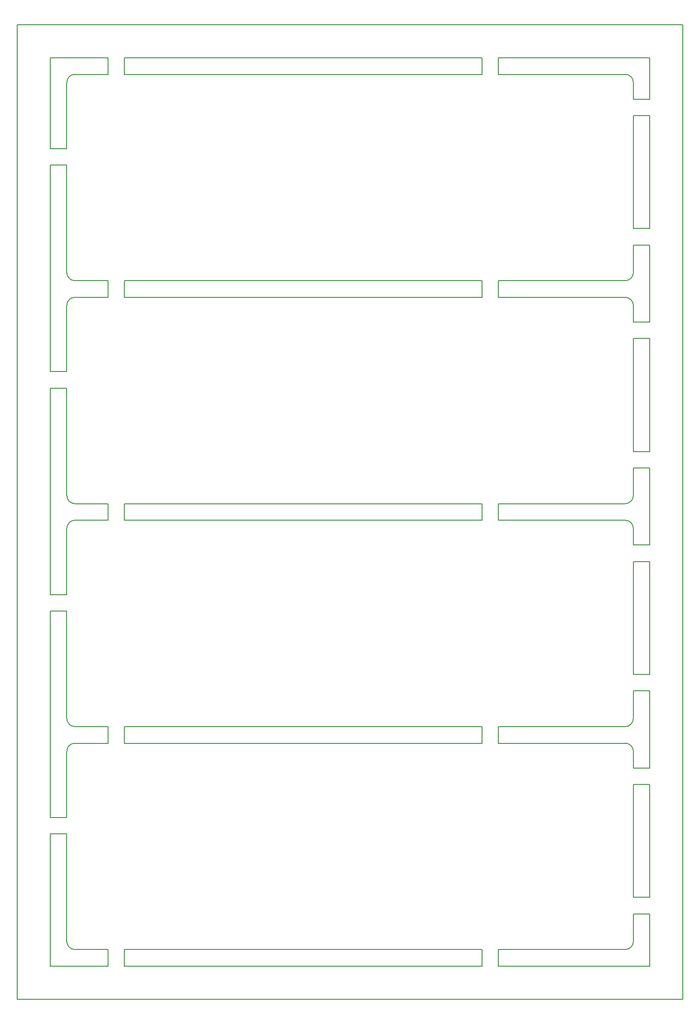
<source format=gbr>
G04 #@! TF.GenerationSoftware,KiCad,Pcbnew,(5.0.0)*
G04 #@! TF.CreationDate,2018-12-28T17:12:47-06:00*
G04 #@! TF.ProjectId,fk-core-v0.15-01x04,666B2D636F72652D76302E31352D3031,0.1*
G04 #@! TF.SameCoordinates,PX791ddc0PY791ddc0*
G04 #@! TF.FileFunction,Profile,NP*
%FSLAX46Y46*%
G04 Gerber Fmt 4.6, Leading zero omitted, Abs format (unit mm)*
G04 Created by KiCad (PCBNEW (5.0.0)) date 12/28/18 17:12:47*
%MOMM*%
%LPD*%
G01*
G04 APERTURE LIST*
%ADD10C,0.150000*%
%ADD11C,0.200000*%
G04 APERTURE END LIST*
D10*
X4711400Y-29089400D02*
X4711400Y-32089400D01*
X1711400Y-29089400D02*
X1711400Y-32089400D01*
X-66288600Y-29089400D02*
X-66288600Y-32089400D01*
X-63288600Y-29089400D02*
X-63288600Y-32089400D01*
X-66288600Y11410600D02*
X-66288600Y8410600D01*
X-63288600Y11410600D02*
X-63288600Y8410600D01*
X1711400Y11410600D02*
X1711400Y8410600D01*
X4711400Y11410600D02*
X4711400Y8410600D01*
X-72277200Y-32075200D02*
G75*
G03X-73777200Y-33575200I0J-1500000D01*
G01*
X29211400Y-39589400D02*
X29211400Y-60089400D01*
X29211400Y-33589400D02*
X29211400Y-36589400D01*
X27711400Y-69589400D02*
X4711400Y-69589400D01*
X-73777200Y-68075200D02*
G75*
G03X-72277200Y-69575200I1500000J0D01*
G01*
X-73788600Y-48589400D02*
X-73777200Y-68075200D01*
X27722800Y-69575200D02*
G75*
G03X29222800Y-68075200I0J1500000D01*
G01*
X29211400Y-63089400D02*
X29211400Y-68089400D01*
X-63288600Y-69589400D02*
X1711400Y-69589400D01*
X-73788600Y-45589400D02*
X-73788600Y-33589400D01*
X-66288600Y-32089400D02*
X-72288600Y-32089400D01*
X4711400Y-32089400D02*
X27711400Y-32089400D01*
X1711400Y-32089400D02*
X-63288600Y-32089400D01*
X29222800Y-33575200D02*
G75*
G03X27722800Y-32075200I-1500000J0D01*
G01*
X-72288600Y-69589400D02*
X-66288600Y-69589400D01*
X1711400Y8410600D02*
X-63288600Y8410600D01*
X-73788600Y-5089400D02*
X-73788600Y6910600D01*
X4711400Y8410600D02*
X27711400Y8410600D01*
X-66288600Y8410600D02*
X-72288600Y8410600D01*
X-72288600Y-29089400D02*
X-66288600Y-29089400D01*
X29222800Y6924800D02*
G75*
G03X27722800Y8424800I-1500000J0D01*
G01*
X-73777200Y-27575200D02*
G75*
G03X-72277200Y-29075200I1500000J0D01*
G01*
X27722800Y-29075200D02*
G75*
G03X29222800Y-27575200I0J1500000D01*
G01*
X29211400Y-22589400D02*
X29211400Y-27589400D01*
X-63288600Y-29089400D02*
X1711400Y-29089400D01*
X29211400Y6910600D02*
X29211400Y3910600D01*
X-72277200Y8424800D02*
G75*
G03X-73777200Y6924800I0J-1500000D01*
G01*
X27711400Y-29089400D02*
X4711400Y-29089400D01*
X29211400Y910600D02*
X29211400Y-19589400D01*
X-73788600Y-8089400D02*
X-73777200Y-27575200D01*
X29211400Y47410600D02*
X29211400Y44410600D01*
X-72288600Y11410600D02*
X-66288600Y11410600D01*
X29211400Y17910600D02*
X29211400Y12910600D01*
X-63288600Y11410600D02*
X1711400Y11410600D01*
X27711400Y11410600D02*
X4711400Y11410600D01*
X-72277200Y48924800D02*
G75*
G03X-73777200Y47424800I0J-1500000D01*
G01*
X29211400Y41410600D02*
X29211400Y20910600D01*
X-73788600Y32410600D02*
X-73777200Y12924800D01*
X-73777200Y12924800D02*
G75*
G03X-72277200Y11424800I1500000J0D01*
G01*
X29222800Y47424800D02*
G75*
G03X27722800Y48924800I-1500000J0D01*
G01*
X27722800Y11424800D02*
G75*
G03X29222800Y12924800I0J1500000D01*
G01*
X1711400Y48910600D02*
X-63288600Y48910600D01*
X4711400Y48910600D02*
X27711400Y48910600D01*
X-66288600Y48910600D02*
X-72288600Y48910600D01*
X-73788600Y35410600D02*
X-73788600Y47410600D01*
X-73788600Y35410600D02*
X-76788600Y35410600D01*
X-76788600Y32410600D02*
X-73788600Y32410600D01*
X32211400Y-19589400D02*
X29211400Y-19589400D01*
X29211400Y-22589400D02*
X32211400Y-22589400D01*
X32211400Y-36589400D02*
X29211400Y-36589400D01*
X29211400Y-39589400D02*
X32211400Y-39589400D01*
X32211400Y-60089400D02*
X29211400Y-60089400D01*
X29211400Y-63089400D02*
X32211400Y-63089400D01*
X4711400Y-69589400D02*
X4711400Y-72589400D01*
X1711400Y-72589400D02*
X1711400Y-69589400D01*
X-63288600Y-69589400D02*
X-63288600Y-72589400D01*
X-66288600Y-72589400D02*
X-66288600Y-69589400D01*
X-73788600Y-48589400D02*
X-76788600Y-48589400D01*
X-76788600Y-45589400D02*
X-73788600Y-45589400D01*
X-73788600Y-8089400D02*
X-76788600Y-8089400D01*
X-76788600Y-5089400D02*
X-73788600Y-5089400D01*
X32211400Y910600D02*
X29211400Y910600D01*
X29211400Y3910600D02*
X32211400Y3910600D01*
X32211400Y17910600D02*
X29211400Y17910600D01*
X29211400Y20910600D02*
X32211400Y20910600D01*
X29211400Y41410600D02*
X32211400Y41410600D01*
X29211400Y44410600D02*
X32211400Y44410600D01*
X1711400Y51910600D02*
X1711400Y48910600D01*
X4711400Y51910600D02*
X4711400Y48910600D01*
X32211400Y58410600D02*
X29211400Y58410600D01*
X29211400Y61410600D02*
X32211400Y61410600D01*
X32211400Y81910600D02*
X29211400Y81910600D01*
X29211400Y84910600D02*
X32211400Y84910600D01*
X4711400Y92410600D02*
X4711400Y89410600D01*
X1711400Y92410600D02*
X1711400Y89410600D01*
X-63288600Y92410600D02*
X-63288600Y89410600D01*
X-66288600Y92410600D02*
X-66288600Y89410600D01*
X-63288600Y51910600D02*
X-63288600Y48910600D01*
X-66288600Y51910600D02*
X-66288600Y48910600D01*
X-76788600Y72910600D02*
X-73788600Y72910600D01*
X-76788600Y75910600D02*
X-73788600Y75910600D01*
X-73788600Y75910600D02*
X-73788600Y87910600D01*
X4711400Y89410600D02*
X27711400Y89410600D01*
X-66288600Y89410600D02*
X-72288600Y89410600D01*
X-63288600Y92410600D02*
X1711400Y92410600D01*
X-66288600Y-72589400D02*
X-76788600Y-72589400D01*
X1711400Y-72589400D02*
X-63288600Y-72589400D01*
X32211400Y-72589400D02*
X4711400Y-72589400D01*
X38211400Y-78589400D02*
X38211400Y98410600D01*
X-82788600Y-78589400D02*
X38211400Y-78589400D01*
X-82788600Y98410600D02*
X-82788600Y-78589400D01*
X32211400Y910600D02*
X32211400Y-19589400D01*
X-76788600Y-48589400D02*
X-76788600Y-72589400D01*
X-76788600Y-8089400D02*
X-76788600Y-45589400D01*
X-76788600Y32410600D02*
X-76788600Y-5089400D01*
X32211400Y-39589400D02*
X32211400Y-60089400D01*
X32211400Y-63089400D02*
X32211400Y-72589400D01*
X32211400Y-22589400D02*
X32211400Y-36589400D01*
X32211400Y58410600D02*
X32211400Y44410600D01*
X32211400Y41410600D02*
X32211400Y20910600D01*
X32211400Y17910600D02*
X32211400Y3910600D01*
X32211400Y81910600D02*
X32211400Y61410600D01*
X32211400Y92410600D02*
X32211400Y84910600D01*
X4711400Y92410600D02*
X32211400Y92410600D01*
X-63288600Y51910600D02*
X1711400Y51910600D01*
X-72288600Y51910600D02*
X-66288600Y51910600D01*
X27711400Y51910600D02*
X4711400Y51910600D01*
X29211400Y58410600D02*
X29211400Y53410600D01*
X29211400Y81910600D02*
X29211400Y61410600D01*
X29211400Y87910600D02*
X29211400Y84910600D01*
X-76788600Y72910600D02*
X-76788600Y35410600D01*
X-76788600Y92410600D02*
X-76788600Y75910600D01*
X-76788600Y92410600D02*
X-66288600Y92410600D01*
X-73788600Y72910600D02*
X-73777200Y53424800D01*
X1711400Y89410600D02*
X-63288600Y89410600D01*
X27722800Y51924800D02*
G75*
G03X29222800Y53424800I0J1500000D01*
G01*
X-73777200Y53424800D02*
G75*
G03X-72277200Y51924800I1500000J0D01*
G01*
X-72277200Y89424800D02*
G75*
G03X-73777200Y87924800I0J-1500000D01*
G01*
X29222800Y87924800D02*
G75*
G03X27722800Y89424800I-1500000J0D01*
G01*
D11*
X-82788600Y98410600D02*
X38211400Y98410600D01*
M02*

</source>
